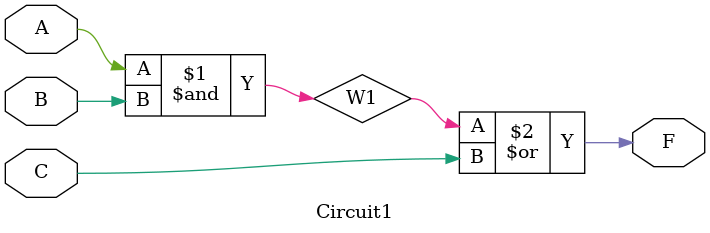
<source format=v>
`timescale 1ns / 1ps


module Circuit1(input A, input B, input C,output F);
wire W1;
and First(W1,A,B);
or Second(F,W1,C);
endmodule

</source>
